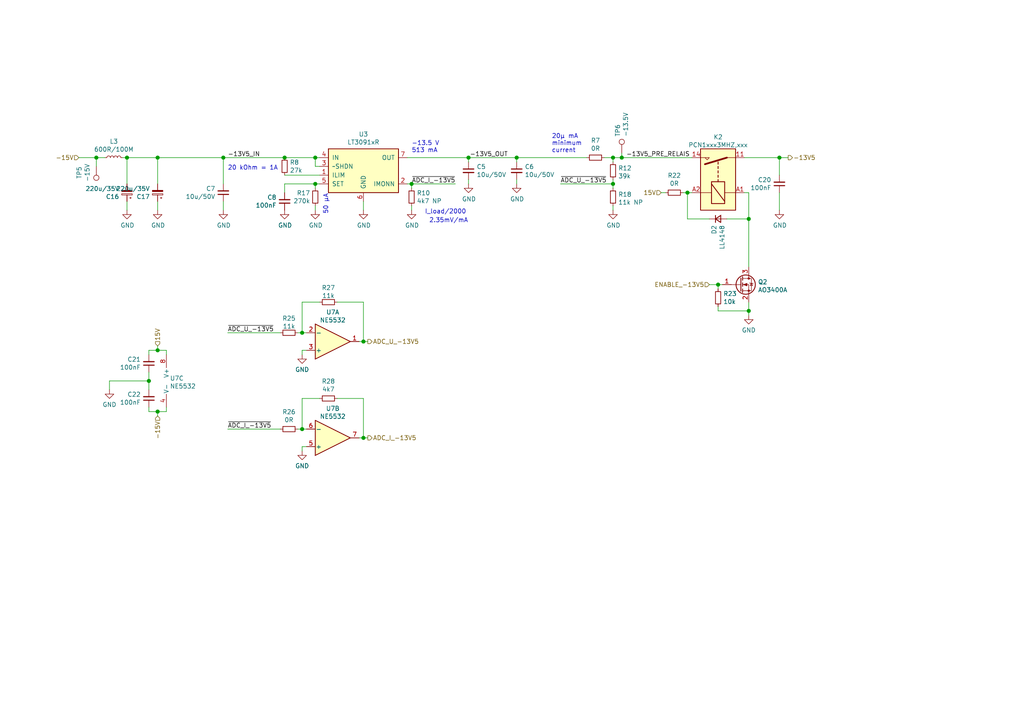
<source format=kicad_sch>
(kicad_sch (version 20211123) (generator eeschema)
  (paper "A4")
  (lib_symbols
    (symbol "Amplifier_Operational:NE5532" (pin_names (offset 0.127))
      (property "Reference" "U" (at 0 5.08 0))
      (property "Value" "NE5532" (at 0 -5.08 0))
      (symbol "NE5532_1_1"
        (polyline (pts (xy -5.08 5.08) (xy 5.08 0) (xy -5.08 -5.08) (xy -5.08 5.08)) (stroke (width 0.254)) (fill (type background)))
        (pin output line (at 7.62 0 180) (length 2.54) (name "~") (number "1"))
        (pin input line (at -7.62 -2.54 0) (length 2.54) (name "-") (number "2"))
        (pin input line (at -7.62 2.54 0) (length 2.54) (name "+") (number "3"))
      )
      (symbol "NE5532_2_1"
        (polyline (pts (xy -5.08 5.08) (xy 5.08 0) (xy -5.08 -5.08) (xy -5.08 5.08)) (stroke (width 0.254)) (fill (type background)))
        (pin input line (at -7.62 2.54 0) (length 2.54) (name "+") (number "5"))
        (pin input line (at -7.62 -2.54 0) (length 2.54) (name "-") (number "6"))
        (pin output line (at 7.62 0 180) (length 2.54) (name "~") (number "7"))
      )
      (symbol "NE5532_3_1"
        (pin power_in line (at -2.54 -7.62 90) (length 3.81) (name "V-") (number "4"))
        (pin power_in line (at -2.54 7.62 270) (length 3.81) (name "V+") (number "8"))
      )
    )
    (symbol "Connector:TestPoint" (pin_numbers hide) (pin_names (offset 0.762) hide)
      (property "Reference" "TP" (at 0 6.858 0))
      (property "Value" "TestPoint" (at 0 5.08 0))
      (symbol "TestPoint_0_1"
        (circle (center 0 3.302) (radius 0.762))
      )
      (symbol "TestPoint_1_1"
        (pin passive line (at 0 0 90) (length 2.54) (name "1") (number "1"))
      )
    )
    (symbol "Device:C_Polarized_Small" (pin_numbers hide) (pin_names (offset 0.254) hide)
      (property "Reference" "C" (at 0.254 1.778 0))
      (property "Value" "C_Polarized_Small" (at 0.254 -2.032 0))
      (symbol "C_Polarized_Small_0_1"
        (rectangle (start -1.524 -0.3048) (end 1.524 -0.6858) (fill (type outline)))
        (rectangle (start -1.524 0.6858) (end 1.524 0.3048))
        (polyline (pts (xy -1.27 1.524) (xy -0.762 1.524)))
        (polyline (pts (xy -1.016 1.27) (xy -1.016 1.778)))
      )
      (symbol "C_Polarized_Small_1_1"
        (pin passive line (at 0 2.54 270) (length 1.8542) (name "~") (number "1"))
        (pin passive line (at 0 -2.54 90) (length 1.8542) (name "~") (number "2"))
      )
    )
    (symbol "Device:C_Small" (pin_numbers hide) (pin_names (offset 0.254) hide)
      (property "Reference" "C" (at 0.254 1.778 0))
      (property "Value" "C_Small" (at 0.254 -2.032 0))
      (symbol "C_Small_0_1"
        (polyline (pts (xy -1.524 -0.508) (xy 1.524 -0.508)) (stroke (width 0.3302)))
        (polyline (pts (xy -1.524 0.508) (xy 1.524 0.508)) (stroke (width 0.3048)))
      )
      (symbol "C_Small_1_1"
        (pin passive line (at 0 2.54 270) (length 2.032) (name "~") (number "1"))
        (pin passive line (at 0 -2.54 90) (length 2.032) (name "~") (number "2"))
      )
    )
    (symbol "Device:D_Small" (pin_numbers hide) (pin_names (offset 0.254) hide)
      (property "Reference" "D" (at -1.27 2.032 0))
      (property "Value" "D_Small" (at -3.81 -2.032 0))
      (symbol "D_Small_0_1"
        (polyline (pts (xy -0.762 -1.016) (xy -0.762 1.016)) (stroke (width 0.254)))
        (polyline (pts (xy -0.762 0) (xy 0.762 0)))
        (polyline (pts (xy 0.762 -1.016) (xy -0.762 0) (xy 0.762 1.016) (xy 0.762 -1.016)) (stroke (width 0.254)))
      )
      (symbol "D_Small_1_1"
        (pin passive line (at -2.54 0 0) (length 1.778) (name "K") (number "1"))
        (pin passive line (at 2.54 0 180) (length 1.778) (name "A") (number "2"))
      )
    )
    (symbol "Device:L_Small" (pin_numbers hide) (pin_names (offset 0.254) hide)
      (property "Reference" "L" (at 0.762 1.016 0))
      (property "Value" "L_Small" (at 0.762 -1.016 0))
      (symbol "L_Small_0_1"
        (arc (start 0 -2.032) (mid 0.508 -1.524) (end 0 -1.016))
        (arc (start 0 -1.016) (mid 0.508 -0.508) (end 0 0))
        (arc (start 0 0) (mid 0.508 0.508) (end 0 1.016))
        (arc (start 0 1.016) (mid 0.508 1.524) (end 0 2.032))
      )
      (symbol "L_Small_1_1"
        (pin passive line (at 0 2.54 270) (length 0.508) (name "~") (number "1"))
        (pin passive line (at 0 -2.54 90) (length 0.508) (name "~") (number "2"))
      )
    )
    (symbol "Device:Q_NMOS_GSD" (pin_names (offset 0) hide)
      (property "Reference" "Q" (at 5.08 1.27 0))
      (property "Value" "Q_NMOS_GSD" (at 5.08 -1.27 0))
      (symbol "Q_NMOS_GSD_0_1"
        (polyline (pts (xy 0.254 0) (xy -2.54 0)))
        (polyline (pts (xy 0.254 1.905) (xy 0.254 -1.905)) (stroke (width 0.254)))
        (polyline (pts (xy 0.762 -1.27) (xy 0.762 -2.286)) (stroke (width 0.254)))
        (polyline (pts (xy 0.762 0.508) (xy 0.762 -0.508)) (stroke (width 0.254)))
        (polyline (pts (xy 0.762 2.286) (xy 0.762 1.27)) (stroke (width 0.254)))
        (polyline (pts (xy 2.54 2.54) (xy 2.54 1.778)))
        (polyline (pts (xy 2.54 -2.54) (xy 2.54 0) (xy 0.762 0)))
        (polyline (pts (xy 0.762 -1.778) (xy 3.302 -1.778) (xy 3.302 1.778) (xy 0.762 1.778)))
        (polyline (pts (xy 1.016 0) (xy 2.032 0.381) (xy 2.032 -0.381) (xy 1.016 0)) (fill (type outline)))
        (polyline (pts (xy 2.794 0.508) (xy 2.921 0.381) (xy 3.683 0.381) (xy 3.81 0.254)))
        (polyline (pts (xy 3.302 0.381) (xy 2.921 -0.254) (xy 3.683 -0.254) (xy 3.302 0.381)))
        (circle (center 1.651 0) (radius 2.794) (stroke (width 0.254)))
        (circle (center 2.54 -1.778) (radius 0.254) (fill (type outline)))
        (circle (center 2.54 1.778) (radius 0.254) (fill (type outline)))
      )
      (symbol "Q_NMOS_GSD_1_1"
        (pin input line (at -5.08 0 0) (length 2.54) (name "G") (number "1"))
        (pin passive line (at 2.54 -5.08 90) (length 2.54) (name "S") (number "2"))
        (pin passive line (at 2.54 5.08 270) (length 2.54) (name "D") (number "3"))
      )
    )
    (symbol "Device:R_Small" (pin_numbers hide) (pin_names (offset 0.254) hide)
      (property "Reference" "R" (at 0.762 0.508 0))
      (property "Value" "R_Small" (at 0.762 -1.016 0))
      (symbol "R_Small_0_1"
        (rectangle (start -0.762 1.778) (end 0.762 -1.778) (stroke (width 0.2032)))
      )
      (symbol "R_Small_1_1"
        (pin passive line (at 0 2.54 270) (length 0.762) (name "~") (number "1"))
        (pin passive line (at 0 -2.54 90) (length 0.762) (name "~") (number "2"))
      )
    )
    (symbol "power:GND" (power) (pin_names (offset 0))
      (property "Value" "GND" (at 0 -3.81 0))
      (symbol "GND_0_1"
        (polyline (pts (xy 0 0) (xy 0 -1.27) (xy 1.27 -1.27) (xy 0 -2.54) (xy -1.27 -1.27) (xy 0 -1.27)))
      )
      (symbol "GND_1_1"
        (pin power_in line (at 0 0 270) (length 0) hide (name "GND") (number "1"))
      )
    )
    (symbol "twam-Misc:LT3091xR" (pin_names (offset 1.016))
      (property "Reference" "U" (at -8.89 7.62 0))
      (property "Value" "LT3091xR" (at 5.08 7.62 0))
      (symbol "LT3091xR_1_1"
        (rectangle (start -10.16 6.35) (end 10.16 -6.35) (stroke (width 0.254)) (fill (type background)))
        (pin input line (at -12.7 -1.27 0) (length 2.54) (name "ILIM") (number "1"))
        (pin output line (at 12.7 -3.81 180) (length 2.54) (name "IMONN") (number "2"))
        (pin input line (at -12.7 1.27 0) (length 2.54) (name "~SHDN") (number "3"))
        (pin power_in line (at -12.7 3.81 0) (length 2.54) (name "IN") (number "4"))
        (pin input line (at -12.7 -3.81 0) (length 2.54) (name "SET") (number "5"))
        (pin power_in line (at 0 -8.89 90) (length 2.54) (name "GND") (number "6"))
        (pin power_out line (at 12.7 3.81 180) (length 2.54) (name "OUT") (number "7"))
      )
    )
    (symbol "twam-Misc:PCN1xxx3MHZ,xxx"
      (property "Reference" "K" (at 8.89 3.81 0))
      (property "Value" "PCN1xxx3MHZ,xxx" (at 8.89 1.27 0))
      (symbol "PCN1xxx3MHZ,xxx_0_0"
        (polyline (pts (xy 5.08 5.08) (xy 5.08 2.54) (xy 4.445 3.175) (xy 5.08 3.81)))
      )
      (symbol "PCN1xxx3MHZ,xxx_0_1"
        (rectangle (start -10.16 5.08) (end 7.62 -5.08) (stroke (width 0.254)) (fill (type background)))
        (rectangle (start -8.255 1.905) (end -1.905 -1.905) (stroke (width 0.254)))
        (polyline (pts (xy -7.62 -1.905) (xy -2.54 1.905)) (stroke (width 0.254)))
        (polyline (pts (xy -5.08 -5.08) (xy -5.08 -1.905)))
        (polyline (pts (xy -5.08 5.08) (xy -5.08 1.905)))
        (polyline (pts (xy -1.905 0) (xy -1.27 0)) (stroke (width 0.254)))
        (polyline (pts (xy -0.635 0) (xy 0 0)) (stroke (width 0.254)))
        (polyline (pts (xy 0.635 0) (xy 1.27 0)) (stroke (width 0.254)))
        (polyline (pts (xy 1.905 0) (xy 2.54 0)) (stroke (width 0.254)))
        (polyline (pts (xy 3.175 0) (xy 3.81 0)) (stroke (width 0.254)))
        (polyline (pts (xy 5.08 -2.54) (xy 3.175 3.81)) (stroke (width 0.508)))
        (polyline (pts (xy 5.08 -2.54) (xy 5.08 -5.08)))
      )
      (symbol "PCN1xxx3MHZ,xxx_1_1"
        (pin passive line (at 5.08 -7.62 90) (length 2.54) (name "~") (number "11"))
        (pin passive line (at 5.08 7.62 270) (length 2.54) (name "~") (number "14"))
        (pin passive line (at -5.08 -7.62 90) (length 2.54) (name "~") (number "A1"))
        (pin passive line (at -5.08 7.62 270) (length 2.54) (name "~") (number "A2"))
      )
    )
  )
  (junction (at 105.41 99.06) (diameter 1.016))
  (junction (at 43.18 110.49) (diameter 1.016))
  (junction (at 64.77 45.72) (diameter 1.016))
  (junction (at 91.44 53.34) (diameter 1.016))
  (junction (at 82.55 45.72) (diameter 1.016))
  (junction (at 119.38 53.34) (diameter 1.016))
  (junction (at 87.63 124.46) (diameter 1.016))
  (junction (at 177.8 53.34) (diameter 1.016))
  (junction (at 105.41 127) (diameter 1.016))
  (junction (at 87.63 96.52) (diameter 1.016))
  (junction (at 217.17 90.17) (diameter 1.016))
  (junction (at 45.72 119.38) (diameter 1.016))
  (junction (at 177.8 45.72) (diameter 1.016))
  (junction (at 135.89 45.72) (diameter 1.016))
  (junction (at 217.17 63.5) (diameter 1.016))
  (junction (at 36.83 45.72) (diameter 1.016))
  (junction (at 208.28 82.55) (diameter 1.016))
  (junction (at 27.94 45.72) (diameter 1.016))
  (junction (at 199.39 55.88) (diameter 1.016))
  (junction (at 180.34 45.72) (diameter 1.016))
  (junction (at 45.72 101.6) (diameter 1.016))
  (junction (at 45.72 45.72) (diameter 1.016))
  (junction (at 226.06 45.72) (diameter 1.016))
  (junction (at 91.44 45.72) (diameter 1.016))
  (junction (at 149.86 45.72) (diameter 1.016))
  (wire (pts (xy 177.8 53.34) (xy 177.8 54.61)))
  (wire (pts (xy 208.28 82.55) (xy 209.55 82.55)))
  (wire (pts (xy 149.86 53.34) (xy 149.86 52.07)))
  (wire (pts (xy 36.83 45.72) (xy 45.72 45.72)))
  (wire (pts (xy 119.38 60.96) (xy 119.38 59.69)))
  (wire (pts (xy 45.72 53.34) (xy 45.72 45.72)))
  (wire (pts (xy 43.18 107.95) (xy 43.18 110.49)))
  (wire (pts (xy 43.18 110.49) (xy 43.18 113.03)))
  (wire (pts (xy 97.79 115.57) (xy 105.41 115.57)))
  (wire (pts (xy 105.41 127) (xy 105.41 115.57)))
  (wire (pts (xy 208.28 83.82) (xy 208.28 82.55)))
  (wire (pts (xy 215.9 55.88) (xy 217.17 55.88)))
  (wire (pts (xy 119.38 54.61) (xy 119.38 53.34)))
  (wire (pts (xy 45.72 58.42) (xy 45.72 60.96)))
  (wire (pts (xy 135.89 45.72) (xy 149.86 45.72)))
  (wire (pts (xy 27.94 45.72) (xy 27.94 48.26)))
  (wire (pts (xy 215.9 45.72) (xy 226.06 45.72)))
  (wire (pts (xy 36.83 58.42) (xy 36.83 60.96)))
  (wire (pts (xy 64.77 60.96) (xy 64.77 58.42)))
  (wire (pts (xy 82.55 45.72) (xy 91.44 45.72)))
  (wire (pts (xy 66.04 124.46) (xy 81.28 124.46)))
  (wire (pts (xy 226.06 55.88) (xy 226.06 60.96)))
  (wire (pts (xy 86.36 96.52) (xy 87.63 96.52)))
  (wire (pts (xy 87.63 96.52) (xy 88.9 96.52)))
  (wire (pts (xy 217.17 63.5) (xy 210.82 63.5)))
  (wire (pts (xy 36.83 53.34) (xy 36.83 45.72)))
  (wire (pts (xy 217.17 90.17) (xy 217.17 91.44)))
  (wire (pts (xy 118.11 45.72) (xy 135.89 45.72)))
  (wire (pts (xy 36.83 45.72) (xy 35.56 45.72)))
  (wire (pts (xy 198.12 55.88) (xy 199.39 55.88)))
  (wire (pts (xy 119.38 53.34) (xy 118.11 53.34)))
  (wire (pts (xy 177.8 45.72) (xy 177.8 46.99)))
  (wire (pts (xy 135.89 53.34) (xy 135.89 52.07)))
  (wire (pts (xy 217.17 63.5) (xy 217.17 77.47)))
  (wire (pts (xy 64.77 53.34) (xy 64.77 45.72)))
  (wire (pts (xy 200.66 55.88) (xy 199.39 55.88)))
  (wire (pts (xy 199.39 63.5) (xy 205.74 63.5)))
  (wire (pts (xy 91.44 54.61) (xy 91.44 53.34)))
  (wire (pts (xy 135.89 45.72) (xy 135.89 46.99)))
  (wire (pts (xy 105.41 99.06) (xy 106.68 99.06)))
  (wire (pts (xy 217.17 87.63) (xy 217.17 90.17)))
  (wire (pts (xy 45.72 45.72) (xy 64.77 45.72)))
  (wire (pts (xy 208.28 88.9) (xy 208.28 90.17)))
  (wire (pts (xy 64.77 45.72) (xy 82.55 45.72)))
  (wire (pts (xy 177.8 52.07) (xy 177.8 53.34)))
  (wire (pts (xy 217.17 55.88) (xy 217.17 63.5)))
  (wire (pts (xy 149.86 45.72) (xy 149.86 46.99)))
  (wire (pts (xy 226.06 45.72) (xy 226.06 50.8)))
  (wire (pts (xy 119.38 53.34) (xy 132.08 53.34)))
  (wire (pts (xy 104.14 127) (xy 105.41 127)))
  (wire (pts (xy 105.41 127) (xy 106.68 127)))
  (wire (pts (xy 226.06 45.72) (xy 228.6 45.72)))
  (wire (pts (xy 177.8 45.72) (xy 180.34 45.72)))
  (wire (pts (xy 180.34 45.72) (xy 200.66 45.72)))
  (wire (pts (xy 22.86 45.72) (xy 27.94 45.72)))
  (wire (pts (xy 27.94 45.72) (xy 30.48 45.72)))
  (wire (pts (xy 175.26 45.72) (xy 177.8 45.72)))
  (wire (pts (xy 208.28 90.17) (xy 217.17 90.17)))
  (wire (pts (xy 86.36 124.46) (xy 87.63 124.46)))
  (wire (pts (xy 87.63 124.46) (xy 88.9 124.46)))
  (wire (pts (xy 87.63 129.54) (xy 87.63 130.81)))
  (wire (pts (xy 88.9 129.54) (xy 87.63 129.54)))
  (wire (pts (xy 87.63 87.63) (xy 92.71 87.63)))
  (wire (pts (xy 87.63 96.52) (xy 87.63 87.63)))
  (wire (pts (xy 177.8 59.69) (xy 177.8 60.96)))
  (wire (pts (xy 92.71 48.26) (xy 91.44 48.26)))
  (wire (pts (xy 66.04 96.52) (xy 81.28 96.52)))
  (wire (pts (xy 149.86 45.72) (xy 170.18 45.72)))
  (wire (pts (xy 91.44 53.34) (xy 92.71 53.34)))
  (wire (pts (xy 180.34 44.45) (xy 180.34 45.72)))
  (wire (pts (xy 91.44 60.96) (xy 91.44 59.69)))
  (wire (pts (xy 199.39 55.88) (xy 199.39 63.5)))
  (wire (pts (xy 82.55 53.34) (xy 91.44 53.34)))
  (wire (pts (xy 45.72 100.33) (xy 45.72 101.6)))
  (wire (pts (xy 31.75 110.49) (xy 31.75 113.03)))
  (wire (pts (xy 43.18 110.49) (xy 31.75 110.49)))
  (wire (pts (xy 205.74 82.55) (xy 208.28 82.55)))
  (wire (pts (xy 91.44 48.26) (xy 91.44 45.72)))
  (wire (pts (xy 43.18 101.6) (xy 45.72 101.6)))
  (wire (pts (xy 43.18 102.87) (xy 43.18 101.6)))
  (wire (pts (xy 45.72 101.6) (xy 48.26 101.6)))
  (wire (pts (xy 48.26 101.6) (xy 48.26 102.87)))
  (wire (pts (xy 177.8 53.34) (xy 162.56 53.34)))
  (wire (pts (xy 45.72 119.38) (xy 45.72 120.65)))
  (wire (pts (xy 191.77 55.88) (xy 193.04 55.88)))
  (wire (pts (xy 87.63 101.6) (xy 87.63 102.87)))
  (wire (pts (xy 88.9 101.6) (xy 87.63 101.6)))
  (wire (pts (xy 82.55 55.88) (xy 82.55 53.34)))
  (wire (pts (xy 105.41 60.96) (xy 105.41 58.42)))
  (wire (pts (xy 43.18 118.11) (xy 43.18 119.38)))
  (wire (pts (xy 43.18 119.38) (xy 45.72 119.38)))
  (wire (pts (xy 45.72 119.38) (xy 48.26 119.38)))
  (wire (pts (xy 48.26 118.11) (xy 48.26 119.38)))
  (wire (pts (xy 97.79 87.63) (xy 105.41 87.63)))
  (wire (pts (xy 105.41 87.63) (xy 105.41 99.06)))
  (wire (pts (xy 105.41 99.06) (xy 104.14 99.06)))
  (wire (pts (xy 87.63 115.57) (xy 92.71 115.57)))
  (wire (pts (xy 87.63 124.46) (xy 87.63 115.57)))
  (wire (pts (xy 91.44 45.72) (xy 92.71 45.72)))
  (wire (pts (xy 82.55 50.8) (xy 92.71 50.8)))
  (text "20µ mA\nminimum\ncurrent" (at 160.02 44.45 0) (effects (font (size 1.27 1.27)) (justify left bottom)))
  (text "20 kOhm = 1A" (at 66.04 49.53 0) (effects (font (size 1.27 1.27)) (justify left bottom)))
  (text "I_load/2000" (at 123.19 62.23 0) (effects (font (size 1.27 1.27)) (justify left bottom)))
  (text "50 µA" (at 95.25 62.23 90) (effects (font (size 1.27 1.27)) (justify left bottom)))
  (text "2.35mV/mA" (at 124.46 64.77 0) (effects (font (size 1.27 1.27)) (justify left bottom)))
  (text "-13.5 V\n513 mA" (at 119.38 44.45 0) (effects (font (size 1.27 1.27)) (justify left bottom)))
  (label "-13V5_PRE_RELAIS" (at 181.61 45.72 0))
  (label "-13V5_IN" (at 66.04 45.72 0))
  (label "~{ADC_I_-13V5}" (at 132.08 53.34 180))
  (label "-13V5_OUT" (at 147.32 45.72 180))
  (label "~{ADC_U_-13V5}" (at 162.56 53.34 0))
  (label "~{ADC_I_-13V5}" (at 66.04 124.46 0))
  (label "~{ADC_U_-13V5}" (at 66.04 96.52 0))
  (hierarchical_label "15V" (shape input) (at 45.72 100.33 90))
  (hierarchical_label "ENABLE_-13V5" (shape input) (at 205.74 82.55 180))
  (hierarchical_label "15V" (shape input) (at 191.77 55.88 180))
  (hierarchical_label "-13V5" (shape output) (at 228.6 45.72 0))
  (hierarchical_label "ADC_U_-13V5" (shape output) (at 106.68 99.06 0))
  (hierarchical_label "-15V" (shape input) (at 45.72 120.65 270))
  (hierarchical_label "ADC_I_-13V5" (shape output) (at 106.68 127 0))
  (hierarchical_label "-15V" (shape input) (at 22.86 45.72 180))
  (symbol (lib_id "Device:R_Small") (at 195.58 55.88 270) (unit 1)
    (property "Reference" "R22" (at 195.58 50.9016 90))
    (property "Value" "0R" (at 195.58 53.213 90))
    (property "Footprint" "Resistor_SMD:R_0805_2012Metric" (effects hide))
    (property "LCSC" "C17477" (effects hide))
  )
  (symbol (lib_id "Device:D_Small") (at 208.28 63.5 0) (mirror x) (unit 1)
    (property "Reference" "D2" (at 207.1116 65.278 90) (effects (justify left)))
    (property "Value" "LL4148" (at 209.423 65.278 90) (effects (justify left)))
    (property "Footprint" "Diode_SMD:D_MiniMELF" (effects hide))
    (property "LCSC" "C9808" (effects hide))
  )
  (symbol (lib_id "Device:C_Polarized_Small") (at 45.72 55.88 180) (unit 1)
    (property "Reference" "C17" (at 43.4848 57.0484 0) (effects (justify left)))
    (property "Value" "220u/35V" (at 43.4848 54.737 0) (effects (justify left)))
    (property "Footprint" "Capacitor_THT:CP_Radial_D8.0mm_P3.50mm" (effects hide))
    (property "LCSC" "C201212" (effects hide))
  )
  (symbol (lib_id "Device:C_Small") (at 226.06 53.34 0) (mirror x) (unit 1)
    (property "Reference" "C20" (at 223.7232 52.1716 0) (effects (justify right)))
    (property "Value" "100nF" (at 223.7232 54.483 0) (effects (justify right)))
    (property "Footprint" "Capacitor_SMD:C_0805_2012Metric" (effects hide))
    (property "LCSC" "C49678" (effects hide))
  )
  (symbol (lib_id "Device:R_Small") (at 208.28 86.36 0) (unit 1)
    (property "Reference" "R23" (at 209.7786 85.1916 0) (effects (justify left)))
    (property "Value" "10k" (at 209.7786 87.503 0) (effects (justify left)))
    (property "Footprint" "Resistor_SMD:R_0805_2012Metric" (effects hide))
    (property "LCSC" "C17414" (effects hide))
  )
  (symbol (lib_id "Connector:TestPoint") (at 27.94 48.26 180) (unit 1)
    (property "Reference" "TP5" (at 22.987 50.0888 90))
    (property "Value" "-15V" (at 25.2984 50.0888 90))
    (property "Footprint" "TestPoint:TestPoint_Pad_D2.0mm" (effects hide))
  )
  (symbol (lib_id "Device:R_Small") (at 95.25 87.63 90) (unit 1)
    (property "Reference" "R27" (at 95.25 83.4602 90))
    (property "Value" "11k" (at 95.25 85.7589 90))
    (property "Footprint" "Resistor_SMD:R_0805_2012Metric" (effects hide))
    (property "LCSC" "C17429" (effects hide))
  )
  (symbol (lib_id "Device:R_Small") (at 83.82 124.46 270) (unit 1)
    (property "Reference" "R26" (at 83.82 119.4816 90))
    (property "Value" "0R" (at 83.82 121.793 90))
    (property "Footprint" "Resistor_SMD:R_0805_2012Metric" (effects hide))
    (property "LCSC" "C17477" (effects hide))
  )
  (symbol (lib_id "power:GND") (at 91.44 60.96 0) (unit 1)
    (property "Reference" "#PWR0107" (effects hide))
    (property "Value" "GND" (at 91.567 65.3542 0))
  )
  (symbol (lib_id "Device:R_Small") (at 83.82 96.52 90) (unit 1)
    (property "Reference" "R25" (at 83.82 92.3502 90))
    (property "Value" "11k" (at 83.82 94.6489 90))
    (property "Footprint" "Resistor_SMD:R_0805_2012Metric" (effects hide))
    (property "LCSC" "C17429" (effects hide))
  )
  (symbol (lib_id "Amplifier_Operational:NE5532") (at 50.8 110.49 0) (unit 3)
    (property "Reference" "U7" (at 49.2761 109.7291 0) (effects (justify left)))
    (property "Value" "NE5532" (at 49.2761 112.0278 0) (effects (justify left)))
    (property "Footprint" "Package_SO:SOIC-8_3.9x4.9mm_P1.27mm" (effects hide))
    (property "Datasheet" "http://www.ti.com/lit/ds/symlink/ne5532.pdf" (effects hide))
  )
  (symbol (lib_id "Device:Q_NMOS_GSD") (at 214.63 82.55 0) (unit 1)
    (property "Reference" "Q2" (at 219.8371 81.7891 0) (effects (justify left)))
    (property "Value" "AO3400A" (at 219.8371 84.0878 0) (effects (justify left)))
    (property "Footprint" "Package_TO_SOT_SMD:TSOT-23" (effects hide))
    (property "LCSC" "C20917" (effects hide))
  )
  (symbol (lib_id "Device:R_Small") (at 119.38 57.15 0) (unit 1)
    (property "Reference" "R10" (at 120.8786 55.9816 0) (effects (justify left)))
    (property "Value" "4k7 NP" (at 120.8786 58.293 0) (effects (justify left)))
    (property "Footprint" "Resistor_SMD:R_0805_2012Metric" (effects hide))
    (property "LCSC" "C17673" (effects hide))
  )
  (symbol (lib_id "power:GND") (at 226.06 60.96 0) (unit 1)
    (property "Reference" "#PWR0136" (effects hide))
    (property "Value" "GND" (at 226.187 65.3542 0))
  )
  (symbol (lib_id "Device:R_Small") (at 177.8 57.15 0) (unit 1)
    (property "Reference" "R18" (at 179.2987 56.3891 0) (effects (justify left)))
    (property "Value" "11k NP" (at 179.2987 58.6878 0) (effects (justify left)))
    (property "Footprint" "Resistor_SMD:R_0805_2012Metric" (effects hide))
  )
  (symbol (lib_id "power:GND") (at 82.55 60.96 0) (unit 1)
    (property "Reference" "#PWR0134" (effects hide))
    (property "Value" "GND" (at 82.677 65.3542 0))
  )
  (symbol (lib_id "Device:C_Small") (at 64.77 55.88 0) (mirror x) (unit 1)
    (property "Reference" "C7" (at 62.4586 54.7116 0) (effects (justify right)))
    (property "Value" "10u/50V" (at 62.4586 57.023 0) (effects (justify right)))
    (property "Footprint" "Capacitor_SMD:C_1206_3216Metric" (effects hide))
    (property "LCSC" "C13585" (effects hide))
  )
  (symbol (lib_id "Device:C_Small") (at 43.18 115.57 0) (mirror x) (unit 1)
    (property "Reference" "C22" (at 40.8432 114.4016 0) (effects (justify right)))
    (property "Value" "100nF" (at 40.8432 116.713 0) (effects (justify right)))
    (property "Footprint" "Capacitor_SMD:C_0805_2012Metric" (effects hide))
    (property "LCSC" "C49678" (effects hide))
  )
  (symbol (lib_id "power:GND") (at 217.17 91.44 0) (unit 1)
    (property "Reference" "#PWR0145" (effects hide))
    (property "Value" "GND" (at 217.17 95.7644 0))
  )
  (symbol (lib_id "Device:R_Small") (at 91.44 57.15 0) (mirror x) (unit 1)
    (property "Reference" "R17" (at 89.9668 55.9816 0) (effects (justify right)))
    (property "Value" "270k" (at 89.9668 58.293 0) (effects (justify right)))
    (property "Footprint" "Resistor_SMD:R_0805_2012Metric" (effects hide))
    (property "LCSC" "C17589" (effects hide))
  )
  (symbol (lib_id "power:GND") (at 119.38 60.96 0) (unit 1)
    (property "Reference" "#PWR0109" (effects hide))
    (property "Value" "GND" (at 119.507 65.3542 0))
  )
  (symbol (lib_id "power:GND") (at 149.86 53.34 0) (unit 1)
    (property "Reference" "#PWR0114" (effects hide))
    (property "Value" "GND" (at 149.987 57.7342 0))
  )
  (symbol (lib_id "Device:R_Small") (at 177.8 49.53 0) (unit 1)
    (property "Reference" "R12" (at 179.2987 48.7691 0) (effects (justify left)))
    (property "Value" "39k" (at 179.2987 51.0678 0) (effects (justify left)))
    (property "Footprint" "Resistor_SMD:R_0805_2012Metric" (effects hide))
    (property "LCSC" "C25826" (effects hide))
  )
  (symbol (lib_id "power:GND") (at 31.75 113.03 0) (unit 1)
    (property "Reference" "#PWR0154" (effects hide))
    (property "Value" "GND" (at 31.75 117.3544 0))
  )
  (symbol (lib_id "twam-Misc:PCN1xxx3MHZ,xxx") (at 208.28 50.8 90) (unit 1)
    (property "Reference" "K2" (at 208.28 39.7468 90))
    (property "Value" "PCN1xxx3MHZ,xxx" (at 208.28 42.0455 90))
    (property "Footprint" "twam-Misc:PCN1xxx3MHZ,xxx" (effects hide))
  )
  (symbol (lib_id "power:GND") (at 64.77 60.96 0) (unit 1)
    (property "Reference" "#PWR0124" (effects hide))
    (property "Value" "GND" (at 64.897 65.3542 0))
  )
  (symbol (lib_id "power:GND") (at 45.72 60.96 0) (unit 1)
    (property "Reference" "#PWR0147" (effects hide))
    (property "Value" "GND" (at 45.847 65.3542 0))
  )
  (symbol (lib_id "power:GND") (at 135.89 53.34 0) (unit 1)
    (property "Reference" "#PWR0113" (effects hide))
    (property "Value" "GND" (at 136.017 57.7342 0))
  )
  (symbol (lib_id "Device:C_Small") (at 135.89 49.53 0) (unit 1)
    (property "Reference" "C5" (at 138.2268 48.3616 0) (effects (justify left)))
    (property "Value" "10u/50V" (at 138.2268 50.673 0) (effects (justify left)))
    (property "Footprint" "Capacitor_SMD:C_1206_3216Metric" (effects hide))
    (property "LCSC" "C13585" (effects hide))
  )
  (symbol (lib_id "Device:R_Small") (at 95.25 115.57 270) (unit 1)
    (property "Reference" "R28" (at 95.25 110.5916 90))
    (property "Value" "4k7" (at 95.25 112.903 90))
    (property "Footprint" "Resistor_SMD:R_0805_2012Metric" (effects hide))
    (property "LCSC" "C17673" (effects hide))
  )
  (symbol (lib_id "power:GND") (at 87.63 130.81 0) (unit 1)
    (property "Reference" "#PWR0157" (effects hide))
    (property "Value" "GND" (at 87.63 135.1344 0))
  )
  (symbol (lib_id "Device:R_Small") (at 172.72 45.72 270) (unit 1)
    (property "Reference" "R7" (at 172.72 40.7416 90))
    (property "Value" "0R" (at 172.72 43.053 90))
    (property "Footprint" "Resistor_SMD:R_0805_2012Metric" (effects hide))
    (property "LCSC" "C17477" (effects hide))
  )
  (symbol (lib_id "Device:C_Small") (at 43.18 105.41 0) (mirror x) (unit 1)
    (property "Reference" "C21" (at 40.8432 104.2416 0) (effects (justify right)))
    (property "Value" "100nF" (at 40.8432 106.553 0) (effects (justify right)))
    (property "Footprint" "Capacitor_SMD:C_0805_2012Metric" (effects hide))
    (property "LCSC" "C49678" (effects hide))
  )
  (symbol (lib_id "power:GND") (at 87.63 102.87 0) (unit 1)
    (property "Reference" "#PWR0155" (effects hide))
    (property "Value" "GND" (at 87.63 107.1944 0))
  )
  (symbol (lib_id "Device:C_Polarized_Small") (at 36.83 55.88 180) (unit 1)
    (property "Reference" "C16" (at 34.5948 57.0484 0) (effects (justify left)))
    (property "Value" "220u/35V" (at 34.5948 54.737 0) (effects (justify left)))
    (property "Footprint" "Capacitor_THT:CP_Radial_D8.0mm_P3.50mm" (effects hide))
    (property "LCSC" "C201212" (effects hide))
  )
  (symbol (lib_id "Device:L_Small") (at 33.02 45.72 90) (unit 1)
    (property "Reference" "L3" (at 33.02 41.021 90))
    (property "Value" "600R/100M" (at 33.02 43.3324 90))
    (property "Footprint" "Inductor_SMD:L_0805_2012Metric" (effects hide))
    (property "LCSC" "C1017" (effects hide))
  )
  (symbol (lib_id "Device:R_Small") (at 82.55 48.26 0) (unit 1)
    (property "Reference" "R8" (at 84.0486 47.0916 0) (effects (justify left)))
    (property "Value" "27k" (at 84.0486 49.403 0) (effects (justify left)))
    (property "Footprint" "Resistor_SMD:R_0805_2012Metric" (effects hide))
    (property "LCSC" "C26010" (effects hide))
  )
  (symbol (lib_id "Device:C_Small") (at 82.55 58.42 0) (mirror x) (unit 1)
    (property "Reference" "C8" (at 80.2132 57.2516 0) (effects (justify right)))
    (property "Value" "100nF" (at 80.2132 59.563 0) (effects (justify right)))
    (property "Footprint" "Capacitor_SMD:C_0805_2012Metric" (effects hide))
    (property "LCSC" "C49678" (effects hide))
  )
  (symbol (lib_id "power:GND") (at 177.8 60.96 0) (unit 1)
    (property "Reference" "#PWR0135" (effects hide))
    (property "Value" "GND" (at 177.927 65.3542 0))
  )
  (symbol (lib_id "Amplifier_Operational:NE5532") (at 96.52 127 0) (mirror x) (unit 2)
    (property "Reference" "U7" (at 96.52 118.4868 0))
    (property "Value" "NE5532" (at 96.52 120.7855 0))
    (property "Footprint" "Package_SO:SOIC-8_3.9x4.9mm_P1.27mm" (effects hide))
    (property "Datasheet" "http://www.ti.com/lit/ds/symlink/ne5532.pdf" (effects hide))
  )
  (symbol (lib_id "twam-Misc:LT3091xR") (at 105.41 49.53 0) (unit 1)
    (property "Reference" "U3" (at 105.41 38.9382 0))
    (property "Value" "LT3091xR" (at 105.41 41.2496 0))
    (property "Footprint" "Package_TO_SOT_THT:TO-220-7_P2.54x3.8mm_StaggerOdd_Lead5.85mm_TabDown" (effects hide))
  )
  (symbol (lib_id "Amplifier_Operational:NE5532") (at 96.52 99.06 0) (mirror x) (unit 1)
    (property "Reference" "U7" (at 96.52 90.5468 0))
    (property "Value" "NE5532" (at 96.52 92.8455 0))
    (property "Footprint" "Package_SO:SOIC-8_3.9x4.9mm_P1.27mm" (effects hide))
    (property "Datasheet" "http://www.ti.com/lit/ds/symlink/ne5532.pdf" (effects hide))
    (property "LCSC" "C7426" (effects hide))
  )
  (symbol (lib_id "Device:C_Small") (at 149.86 49.53 0) (unit 1)
    (property "Reference" "C6" (at 152.1968 48.3616 0) (effects (justify left)))
    (property "Value" "10u/50V" (at 152.1968 50.673 0) (effects (justify left)))
    (property "Footprint" "Capacitor_SMD:C_1206_3216Metric" (effects hide))
    (property "LCSC" "C13585" (effects hide))
  )
  (symbol (lib_id "Connector:TestPoint") (at 180.34 44.45 0) (unit 1)
    (property "Reference" "TP6" (at 179.1716 39.6748 90) (effects (justify left)))
    (property "Value" "-13.5V" (at 181.483 39.6748 90) (effects (justify left)))
    (property "Footprint" "TestPoint:TestPoint_Pad_D2.0mm" (effects hide))
  )
  (symbol (lib_id "power:GND") (at 36.83 60.96 0) (unit 1)
    (property "Reference" "#PWR0148" (effects hide))
    (property "Value" "GND" (at 36.957 65.3542 0))
  )
  (symbol (lib_id "power:GND") (at 105.41 60.96 0) (unit 1)
    (property "Reference" "#PWR0101" (effects hide))
    (property "Value" "GND" (at 105.537 65.3542 0))
  )
)
</source>
